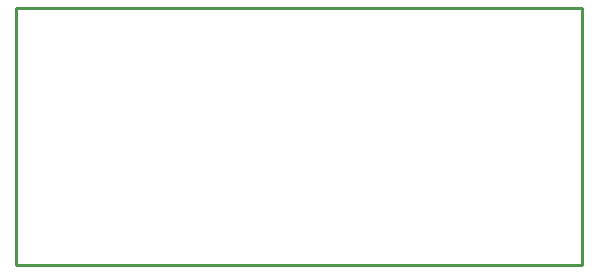
<source format=gm1>
G04*
G04 #@! TF.GenerationSoftware,Altium Limited,Altium Designer,19.0.15 (446)*
G04*
G04 Layer_Color=16711935*
%FSLAX25Y25*%
%MOIN*%
G70*
G01*
G75*
%ADD11C,0.01000*%
D11*
X362106Y384449D02*
X550886D01*
X362106D02*
Y391929D01*
Y470079D01*
X550886Y384449D02*
Y470079D01*
X362106D02*
X550886D01*
X362106Y384449D02*
X550886D01*
X362106D02*
Y391929D01*
Y470079D01*
X550886Y384449D02*
Y470079D01*
X362106D02*
X550886D01*
M02*

</source>
